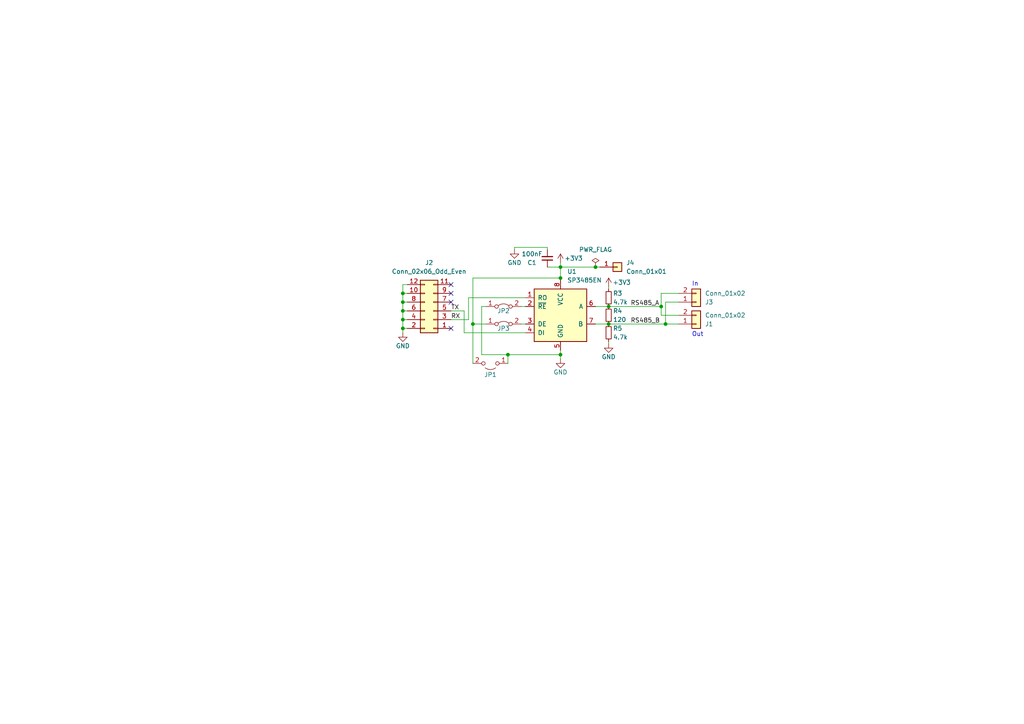
<source format=kicad_sch>
(kicad_sch (version 20230121) (generator eeschema)
  (paper "A4")
  (lib_symbols
    (symbol "Connector_Generic:Conn_01x01" (pin_names (offset 1.016) hide)
      (property "Reference" "J" (at 0 2.54 0))
      (property "Value" "Conn_01x01" (at 0 -2.54 0))
      (symbol "Conn_01x01_1_1"
        (rectangle (start -1.27 0.127) (end 0 -0.127) (stroke (width 0.1524)))
        (rectangle (start -1.27 1.27) (end 1.27 -1.27) (stroke (width 0.254)) (fill (type background)))
        (pin passive line (at -5.08 0 0) (length 3.81) (name "Pin_1") (number "1"))
      )
    )
    (symbol "Connector_Generic:Conn_01x02" (pin_names (offset 1.016) hide)
      (property "Reference" "J" (at 0 2.54 0))
      (property "Value" "Conn_01x02" (at 0 -5.08 0))
      (symbol "Conn_01x02_1_1"
        (rectangle (start -1.27 -2.413) (end 0 -2.667) (stroke (width 0.1524)))
        (rectangle (start -1.27 0.127) (end 0 -0.127) (stroke (width 0.1524)))
        (rectangle (start -1.27 1.27) (end 1.27 -3.81) (stroke (width 0.254)) (fill (type background)))
        (pin passive line (at -5.08 0 0) (length 3.81) (name "Pin_1") (number "1"))
        (pin passive line (at -5.08 -2.54 0) (length 3.81) (name "Pin_2") (number "2"))
      )
    )
    (symbol "Connector_Generic:Conn_02x06_Odd_Even" (pin_names (offset 1.016) hide)
      (property "Reference" "J" (at 1.27 7.62 0))
      (property "Value" "Conn_02x06_Odd_Even" (at 1.27 -10.16 0))
      (symbol "Conn_02x06_Odd_Even_1_1"
        (rectangle (start -1.27 -7.493) (end 0 -7.747) (stroke (width 0.1524)))
        (rectangle (start -1.27 -4.953) (end 0 -5.207) (stroke (width 0.1524)))
        (rectangle (start -1.27 -2.413) (end 0 -2.667) (stroke (width 0.1524)))
        (rectangle (start -1.27 0.127) (end 0 -0.127) (stroke (width 0.1524)))
        (rectangle (start -1.27 2.667) (end 0 2.413) (stroke (width 0.1524)))
        (rectangle (start -1.27 5.207) (end 0 4.953) (stroke (width 0.1524)))
        (rectangle (start -1.27 6.35) (end 3.81 -8.89) (stroke (width 0.254)) (fill (type background)))
        (rectangle (start 3.81 -7.493) (end 2.54 -7.747) (stroke (width 0.1524)))
        (rectangle (start 3.81 -4.953) (end 2.54 -5.207) (stroke (width 0.1524)))
        (rectangle (start 3.81 -2.413) (end 2.54 -2.667) (stroke (width 0.1524)))
        (rectangle (start 3.81 0.127) (end 2.54 -0.127) (stroke (width 0.1524)))
        (rectangle (start 3.81 2.667) (end 2.54 2.413) (stroke (width 0.1524)))
        (rectangle (start 3.81 5.207) (end 2.54 4.953) (stroke (width 0.1524)))
        (pin passive line (at -5.08 5.08 0) (length 3.81) (name "Pin_1") (number "1"))
        (pin passive line (at 7.62 -5.08 180) (length 3.81) (name "Pin_10") (number "10"))
        (pin passive line (at -5.08 -7.62 0) (length 3.81) (name "Pin_11") (number "11"))
        (pin passive line (at 7.62 -7.62 180) (length 3.81) (name "Pin_12") (number "12"))
        (pin passive line (at 7.62 5.08 180) (length 3.81) (name "Pin_2") (number "2"))
        (pin passive line (at -5.08 2.54 0) (length 3.81) (name "Pin_3") (number "3"))
        (pin passive line (at 7.62 2.54 180) (length 3.81) (name "Pin_4") (number "4"))
        (pin passive line (at -5.08 0 0) (length 3.81) (name "Pin_5") (number "5"))
        (pin passive line (at 7.62 0 180) (length 3.81) (name "Pin_6") (number "6"))
        (pin passive line (at -5.08 -2.54 0) (length 3.81) (name "Pin_7") (number "7"))
        (pin passive line (at 7.62 -2.54 180) (length 3.81) (name "Pin_8") (number "8"))
        (pin passive line (at -5.08 -5.08 0) (length 3.81) (name "Pin_9") (number "9"))
      )
    )
    (symbol "Device:C_Small" (pin_numbers hide) (pin_names (offset 0.254) hide)
      (property "Reference" "C" (at 0.254 1.778 0))
      (property "Value" "C_Small" (at 0.254 -2.032 0))
      (symbol "C_Small_0_1"
        (polyline (pts (xy -1.524 -0.508) (xy 1.524 -0.508)) (stroke (width 0.3302)))
        (polyline (pts (xy -1.524 0.508) (xy 1.524 0.508)) (stroke (width 0.3048)))
      )
      (symbol "C_Small_1_1"
        (pin passive line (at 0 2.54 270) (length 2.032) (name "~") (number "1"))
        (pin passive line (at 0 -2.54 90) (length 2.032) (name "~") (number "2"))
      )
    )
    (symbol "Device:R_Small" (pin_numbers hide) (pin_names (offset 0.254) hide)
      (property "Reference" "R" (at 0.762 0.508 0))
      (property "Value" "R_Small" (at 0.762 -1.016 0))
      (symbol "R_Small_0_1"
        (rectangle (start -0.762 1.778) (end 0.762 -1.778) (stroke (width 0.2032)))
      )
      (symbol "R_Small_1_1"
        (pin passive line (at 0 2.54 270) (length 0.762) (name "~") (number "1"))
        (pin passive line (at 0 -2.54 90) (length 0.762) (name "~") (number "2"))
      )
    )
    (symbol "Interface_UART:SP3485EN" (pin_names (offset 1.016))
      (property "Reference" "U" (at -7.62 8.89 0))
      (property "Value" "SP3485EN" (at 2.54 8.89 0))
      (symbol "SP3485EN_0_1"
        (rectangle (start -7.62 7.62) (end 7.62 -7.62) (stroke (width 0.254)) (fill (type background)))
      )
      (symbol "SP3485EN_1_1"
        (pin output line (at -10.16 5.08 0) (length 2.54) (name "RO") (number "1"))
        (pin input line (at -10.16 2.54 0) (length 2.54) (name "~{RE}") (number "2"))
        (pin input line (at -10.16 -2.54 0) (length 2.54) (name "DE") (number "3"))
        (pin input line (at -10.16 -5.08 0) (length 2.54) (name "DI") (number "4"))
        (pin power_in line (at 0 -10.16 90) (length 2.54) (name "GND") (number "5"))
        (pin bidirectional line (at 10.16 2.54 180) (length 2.54) (name "A") (number "6"))
        (pin bidirectional line (at 10.16 -2.54 180) (length 2.54) (name "B") (number "7"))
        (pin power_in line (at 0 10.16 270) (length 2.54) (name "VCC") (number "8"))
      )
    )
    (symbol "Jumper:Jumper_2_Bridged" (pin_names (offset 0) hide)
      (property "Reference" "JP" (at 0 1.905 0))
      (property "Value" "Jumper_2_Bridged" (at 0 -2.54 0))
      (symbol "Jumper_2_Bridged_0_0"
        (circle (center -2.032 0) (radius 0.508))
        (circle (center 2.032 0) (radius 0.508))
      )
      (symbol "Jumper_2_Bridged_0_1"
        (arc (start 1.524 0.254) (mid 0 0.762) (end -1.524 0.254))
      )
      (symbol "Jumper_2_Bridged_1_1"
        (pin passive line (at -5.08 0 0) (length 2.54) (name "A") (number "1"))
        (pin passive line (at 5.08 0 180) (length 2.54) (name "B") (number "2"))
      )
    )
    (symbol "Jumper:Jumper_2_Open" (pin_names (offset 0) hide)
      (property "Reference" "JP" (at 0 2.794 0))
      (property "Value" "Jumper_2_Open" (at 0 -2.286 0))
      (symbol "Jumper_2_Open_0_0"
        (circle (center -2.032 0) (radius 0.508))
        (circle (center 2.032 0) (radius 0.508))
      )
      (symbol "Jumper_2_Open_0_1"
        (arc (start 1.524 1.27) (mid 0 1.778) (end -1.524 1.27))
      )
      (symbol "Jumper_2_Open_1_1"
        (pin passive line (at -5.08 0 0) (length 2.54) (name "A") (number "1"))
        (pin passive line (at 5.08 0 180) (length 2.54) (name "B") (number "2"))
      )
    )
    (symbol "power:+3V3" (power) (pin_names (offset 0))
      (property "Value" "+3V3" (at 0 3.556 0))
      (symbol "+3V3_0_1"
        (polyline (pts (xy -0.762 1.27) (xy 0 2.54)))
        (polyline (pts (xy 0 0) (xy 0 2.54)))
        (polyline (pts (xy 0 2.54) (xy 0.762 1.27)))
      )
      (symbol "+3V3_1_1"
        (pin power_in line (at 0 0 90) (length 0) hide (name "+3V3") (number "1"))
      )
    )
    (symbol "power:GND" (power) (pin_names (offset 0))
      (property "Value" "GND" (at 0 -3.81 0))
      (symbol "GND_0_1"
        (polyline (pts (xy 0 0) (xy 0 -1.27) (xy 1.27 -1.27) (xy 0 -2.54) (xy -1.27 -1.27) (xy 0 -1.27)))
      )
      (symbol "GND_1_1"
        (pin power_in line (at 0 0 270) (length 0) hide (name "GND") (number "1"))
      )
    )
    (symbol "power:PWR_FLAG" (power) (pin_numbers hide) (pin_names (offset 0) hide)
      (property "Value" "PWR_FLAG" (at 0 3.81 0))
      (symbol "PWR_FLAG_0_0"
        (pin power_out line (at 0 0 90) (length 0) (name "pwr") (number "1"))
      )
      (symbol "PWR_FLAG_0_1"
        (polyline (pts (xy 0 0) (xy 0 1.27) (xy -1.016 1.905) (xy 0 2.54) (xy 1.016 1.905) (xy 0 1.27)))
      )
    )
  )
  (junction (at 176.53 93.98))
  (junction (at 116.84 87.63))
  (junction (at 162.56 77.47))
  (junction (at 176.53 88.9))
  (junction (at 116.84 95.25))
  (junction (at 172.72 77.47))
  (junction (at 162.56 102.87))
  (junction (at 116.84 85.09))
  (junction (at 137.16 93.98))
  (junction (at 116.84 90.17))
  (junction (at 162.56 80.645))
  (junction (at 116.84 92.71))
  (junction (at 147.32 102.87))
  (junction (at 193.04 93.98))
  (junction (at 191.77 88.9))
  (no_connect (at 130.81 85.09))
  (no_connect (at 130.81 82.55))
  (no_connect (at 130.81 95.25))
  (no_connect (at 130.81 87.63))
  (wire (pts (xy 158.75 77.47) (xy 162.56 77.47)))
  (wire (pts (xy 147.32 102.87) (xy 162.56 102.87)))
  (wire (pts (xy 149.225 72.39) (xy 149.225 71.755)))
  (wire (pts (xy 151.13 93.98) (xy 152.4 93.98)))
  (wire (pts (xy 116.84 85.09) (xy 116.84 87.63)))
  (wire (pts (xy 139.7 102.87) (xy 147.32 102.87)))
  (wire (pts (xy 130.81 90.17) (xy 134.62 90.17)))
  (wire (pts (xy 134.62 96.52) (xy 152.4 96.52)))
  (wire (pts (xy 176.53 99.06) (xy 176.53 99.695)))
  (wire (pts (xy 162.56 104.14) (xy 162.56 102.87)))
  (wire (pts (xy 147.32 102.87) (xy 147.32 105.41)))
  (wire (pts (xy 134.62 90.17) (xy 134.62 96.52)))
  (wire (pts (xy 139.7 88.9) (xy 139.7 102.87)))
  (wire (pts (xy 137.16 93.98) (xy 137.16 105.41)))
  (wire (pts (xy 116.84 90.17) (xy 118.11 90.17)))
  (wire (pts (xy 191.77 85.09) (xy 196.85 85.09)))
  (wire (pts (xy 116.84 92.71) (xy 118.11 92.71)))
  (wire (pts (xy 193.04 87.63) (xy 196.85 87.63)))
  (wire (pts (xy 116.84 90.17) (xy 116.84 92.71)))
  (wire (pts (xy 193.04 93.98) (xy 193.04 87.63)))
  (wire (pts (xy 176.53 93.98) (xy 193.04 93.98)))
  (wire (pts (xy 162.56 77.47) (xy 172.72 77.47)))
  (wire (pts (xy 193.04 93.98) (xy 196.85 93.98)))
  (wire (pts (xy 140.97 88.9) (xy 139.7 88.9)))
  (wire (pts (xy 149.225 71.755) (xy 158.75 71.755)))
  (wire (pts (xy 135.89 92.71) (xy 135.89 86.36)))
  (wire (pts (xy 116.84 87.63) (xy 116.84 90.17)))
  (wire (pts (xy 116.84 82.55) (xy 118.11 82.55)))
  (wire (pts (xy 116.84 82.55) (xy 116.84 85.09)))
  (wire (pts (xy 162.56 101.6) (xy 162.56 102.87)))
  (wire (pts (xy 172.72 77.47) (xy 173.99 77.47)))
  (wire (pts (xy 137.16 80.645) (xy 162.56 80.645)))
  (wire (pts (xy 176.53 88.9) (xy 191.77 88.9)))
  (wire (pts (xy 130.81 92.71) (xy 135.89 92.71)))
  (wire (pts (xy 172.72 93.98) (xy 176.53 93.98)))
  (wire (pts (xy 116.84 95.25) (xy 116.84 96.52)))
  (wire (pts (xy 137.16 93.98) (xy 137.16 80.645)))
  (wire (pts (xy 116.84 95.25) (xy 118.11 95.25)))
  (wire (pts (xy 191.77 91.44) (xy 196.85 91.44)))
  (wire (pts (xy 176.53 88.9) (xy 172.72 88.9)))
  (wire (pts (xy 116.84 85.09) (xy 118.11 85.09)))
  (wire (pts (xy 116.84 87.63) (xy 118.11 87.63)))
  (wire (pts (xy 135.89 86.36) (xy 152.4 86.36)))
  (wire (pts (xy 158.75 71.755) (xy 158.75 72.39)))
  (wire (pts (xy 152.4 88.9) (xy 151.13 88.9)))
  (wire (pts (xy 176.53 83.185) (xy 176.53 83.82)))
  (wire (pts (xy 191.77 88.9) (xy 191.77 85.09)))
  (wire (pts (xy 191.77 88.9) (xy 191.77 91.44)))
  (wire (pts (xy 162.56 80.645) (xy 162.56 81.28)))
  (wire (pts (xy 116.84 92.71) (xy 116.84 95.25)))
  (wire (pts (xy 137.16 93.98) (xy 140.97 93.98)))
  (wire (pts (xy 162.56 76.2) (xy 162.56 77.47)))
  (wire (pts (xy 162.56 77.47) (xy 162.56 80.645)))
  (text "Out" (at 200.66 97.79 0) (effects (font (size 1.27 1.27)) (justify left bottom)))
  (text "In" (at 200.66 83.185 0) (effects (font (size 1.27 1.27)) (justify left bottom)))
  (label "RS485_B" (at 182.88 93.98 0))
  (label "TX" (at 130.81 90.17 0))
  (label "RX" (at 130.81 92.71 0))
  (label "RS485_A" (at 182.88 88.9 0))
  (symbol (lib_id "Connector_Generic:Conn_01x02") (at 201.93 93.98 0) (mirror x) (unit 1)
    (property "Reference" "J1" (at 204.47 93.98 0) (effects (justify left)))
    (property "Value" "Conn_01x02" (at 204.47 91.44 0) (effects (justify left)))
    (property "Footprint" "Connector_PinHeader_2.54mm:PinHeader_1x02_P2.54mm_Horizontal" (effects hide))
  )
  (symbol (lib_id "Jumper:Jumper_2_Bridged") (at 146.05 88.9 0) (unit 1)
    (property "Reference" "JP2" (at 146.05 90.17 0))
    (property "Value" "Jumper_2_Bridged" (effects hide))
    (property "Footprint" "Jumper:SolderJumper-2_P1.3mm_Bridged_RoundedPad1.0x1.5mm" (effects hide))
  )
  (symbol (lib_id "power:+3V3") (at 162.56 76.2 0) (unit 1)
    (property "Reference" "#PWR01" (effects hide))
    (property "Value" "+3V3" (at 166.37 74.93 0))
  )
  (symbol (lib_id "power:PWR_FLAG") (at 172.72 77.47 0) (unit 1)
    (property "Reference" "#FLG01" (effects hide))
    (property "Value" "PWR_FLAG" (at 172.72 72.39 0))
  )
  (symbol (lib_id "power:+3V3") (at 176.53 83.185 0) (unit 1)
    (property "Reference" "#PWR06" (effects hide))
    (property "Value" "+3V3" (at 180.34 81.915 0))
  )
  (symbol (lib_id "Connector_Generic:Conn_02x06_Odd_Even") (at 125.73 90.17 180) (unit 1)
    (property "Reference" "J2" (at 124.46 76.2 0))
    (property "Value" "Conn_02x06_Odd_Even" (at 124.46 78.74 0))
    (property "Footprint" "Connector_PinHeader_2.54mm:PinHeader_2x06_P2.54mm_Vertical" (effects hide))
  )
  (symbol (lib_id "power:GND") (at 162.56 104.14 0) (unit 1)
    (property "Reference" "#PWR03" (effects hide))
    (property "Value" "GND" (at 162.56 107.95 0))
  )
  (symbol (lib_id "Device:R_Small") (at 176.53 96.52 0) (unit 1)
    (property "Reference" "R5" (at 177.8 95.25 0) (effects (justify left)))
    (property "Value" "4.7k" (at 177.8 97.79 0) (effects (justify left)))
    (property "Footprint" "Resistor_SMD:R_0805_2012Metric_Pad1.20x1.40mm_HandSolder" (effects hide))
  )
  (symbol (lib_id "Device:R_Small") (at 176.53 86.36 0) (unit 1)
    (property "Reference" "R3" (at 177.8 85.09 0) (effects (justify left)))
    (property "Value" "4.7k" (at 177.8 87.63 0) (effects (justify left)))
    (property "Footprint" "Resistor_SMD:R_0805_2012Metric_Pad1.20x1.40mm_HandSolder" (effects hide))
  )
  (symbol (lib_id "power:GND") (at 116.84 96.52 0) (unit 1)
    (property "Reference" "#PWR04" (effects hide))
    (property "Value" "GND" (at 116.84 100.33 0))
  )
  (symbol (lib_id "power:GND") (at 149.225 72.39 0) (unit 1)
    (property "Reference" "#PWR02" (effects hide))
    (property "Value" "GND" (at 149.225 76.2 0))
  )
  (symbol (lib_id "Device:C_Small") (at 158.75 74.93 180) (unit 1)
    (property "Reference" "C1" (at 154.305 76.2 0))
    (property "Value" "100nF" (at 154.305 73.66 0))
    (property "Footprint" "Capacitor_SMD:C_0805_2012Metric_Pad1.18x1.45mm_HandSolder" (effects hide))
  )
  (symbol (lib_id "Jumper:Jumper_2_Bridged") (at 146.05 93.98 0) (unit 1)
    (property "Reference" "JP3" (at 146.05 95.25 0))
    (property "Value" "Jumper_2_Bridged" (effects hide))
    (property "Footprint" "Jumper:SolderJumper-2_P1.3mm_Bridged_RoundedPad1.0x1.5mm" (effects hide))
  )
  (symbol (lib_id "Connector_Generic:Conn_01x02") (at 201.93 87.63 0) (mirror x) (unit 1)
    (property "Reference" "J3" (at 204.47 87.63 0) (effects (justify left)))
    (property "Value" "Conn_01x02" (at 204.47 85.09 0) (effects (justify left)))
    (property "Footprint" "Connector_PinHeader_2.54mm:PinHeader_1x02_P2.54mm_Horizontal" (effects hide))
  )
  (symbol (lib_id "Connector_Generic:Conn_01x01") (at 179.07 77.47 0) (unit 1)
    (property "Reference" "J4" (at 181.61 76.2 0) (effects (justify left)))
    (property "Value" "Conn_01x01" (at 181.61 78.74 0) (effects (justify left)))
    (property "Footprint" "Connector_PinHeader_2.54mm:PinHeader_1x01_P2.54mm_Vertical" (effects hide))
  )
  (symbol (lib_id "Interface_UART:SP3485EN") (at 162.56 91.44 0) (unit 1)
    (property "Reference" "U1" (at 164.5159 78.74 0) (effects (justify left)))
    (property "Value" "SP3485EN" (at 164.5159 81.28 0) (effects (justify left)))
    (property "Footprint" "Package_SO:SOIC-8_3.9x4.9mm_P1.27mm" (effects hide))
    (property "Datasheet" "http://www.icbase.com/pdf/SPX/SPX00480106.pdf" (effects hide))
  )
  (symbol (lib_id "Jumper:Jumper_2_Open") (at 142.24 105.41 180) (unit 1)
    (property "Reference" "JP1" (at 140.4112 108.6612 0) (effects (justify right)))
    (property "Value" "Jumper_2_Open" (effects hide))
    (property "Footprint" "Jumper:SolderJumper-2_P1.3mm_Open_RoundedPad1.0x1.5mm" (effects hide))
  )
  (symbol (lib_id "Device:R_Small") (at 176.53 91.44 0) (unit 1)
    (property "Reference" "R4" (at 177.8 90.17 0) (effects (justify left)))
    (property "Value" "120" (at 177.8 92.71 0) (effects (justify left)))
    (property "Footprint" "Resistor_SMD:R_0805_2012Metric_Pad1.20x1.40mm_HandSolder" (effects hide))
  )
  (symbol (lib_id "power:GND") (at 176.53 99.695 0) (unit 1)
    (property "Reference" "#PWR07" (effects hide))
    (property "Value" "GND" (at 176.53 103.505 0))
  )
)
</source>
